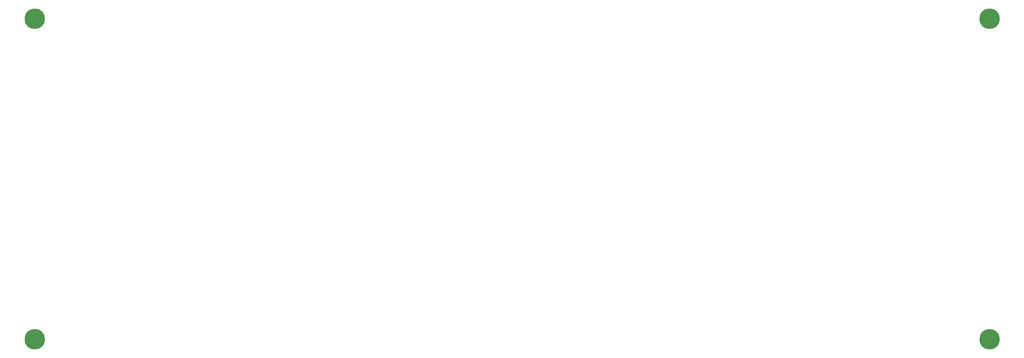
<source format=gbr>
%TF.GenerationSoftware,KiCad,Pcbnew,(5.99.0-10540-g55c1d814f9)*%
%TF.CreationDate,2021-05-27T21:21:45+02:00*%
%TF.ProjectId,plate-top,706c6174-652d-4746-9f70-2e6b69636164,1.0*%
%TF.SameCoordinates,Original*%
%TF.FileFunction,Soldermask,Top*%
%TF.FilePolarity,Negative*%
%FSLAX46Y46*%
G04 Gerber Fmt 4.6, Leading zero omitted, Abs format (unit mm)*
G04 Created by KiCad (PCBNEW (5.99.0-10540-g55c1d814f9)) date 2021-05-27 21:21:45*
%MOMM*%
%LPD*%
G01*
G04 APERTURE LIST*
%ADD10C,5.000000*%
G04 APERTURE END LIST*
D10*
%TO.C,H2*%
X33460000Y-141880000D03*
%TD*%
%TO.C,H4*%
X266060000Y-141870000D03*
%TD*%
%TO.C,H3*%
X266060000Y-63670000D03*
%TD*%
%TO.C,H1*%
X33460000Y-63670000D03*
%TD*%
M02*

</source>
